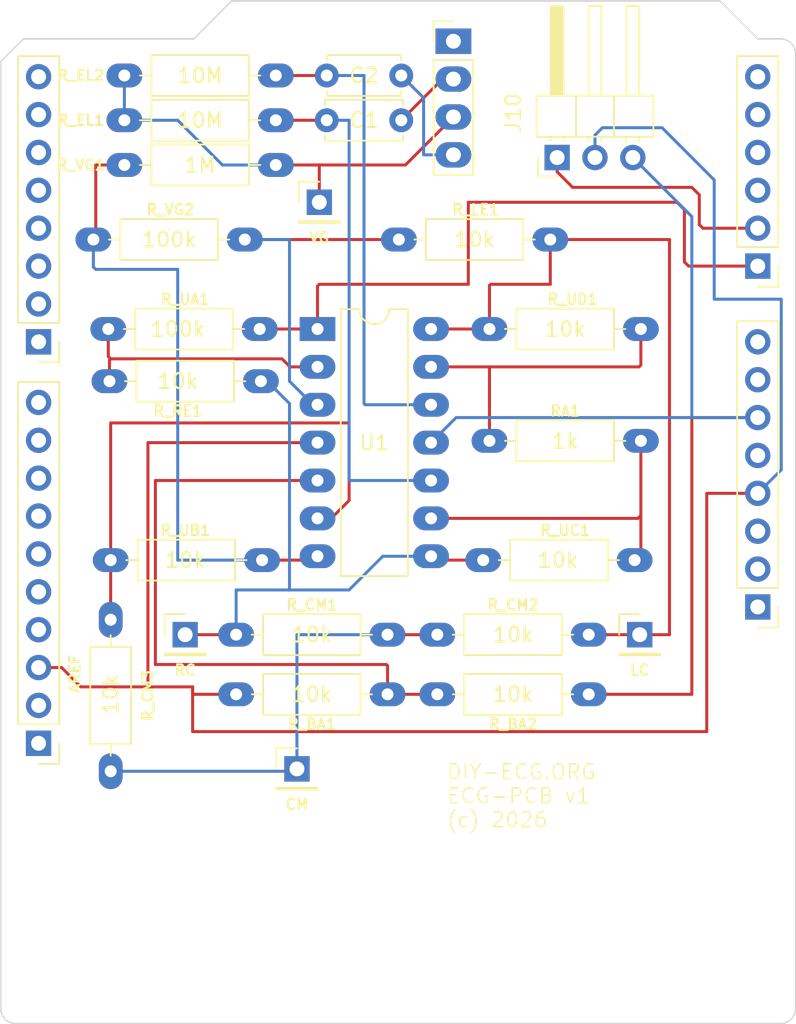
<source format=kicad_pcb>
(kicad_pcb (version 20241229) (generator "pcbnew") (generator_version "9.0")
  (layers (0 "F.Cu" signal) (2 "B.Cu" signal) (13 "F.Paste" user) (15 "B.Paste" user) (5 "F.SilkS" user "F.Silkscreen") (7 "B.SilkS" user "B.Silkscreen") (1 "F.Mask" user) (3 "B.Mask" user) (25 "Edge.Cuts" user))
  (net 0 "")
  (net 1 "Net-(U1B-+)")
  (net 2 "Net-(U1B--)")
  (net 3 "Net-(U1D--)")
  (net 4 "Net-(U1C--)")
  (net 5 "Net-(U1A-+)")
  (net 6 "REF")
  (net 7 "RE")
  (net 8 "Net-(U1A--)")
  (net 9 "LE")
  (net 11 "Net-(U1C-+)")
  (net 12 "Net-(U1D-+)")
  (net 13 "Bat+")
  (net 14 "Bat-")
  (net 15 "Out")
  (net 43 "RC")
  (net 44 "LC")
  (net 45 "CM")
  (net 46 "Net-(R_UB1-Pad2)")
  (net 47 "A1")
  (footprint "Resistor_THT:R_Axial_DIN0207_L6.3mm_D2.5mm_P10.16mm_Horizontal" (layer "F.Cu") (at 192.42 95)
    (property "Reference" "R_CM1" (at 5.08 -2 0) (layer "F.SilkS") (effects (font (size 0.7 0.7))))
    (property "Value" "10k" (at 5.08 0 0) (layer "F.SilkS"))
    (fp_line (start 1.04 0) (end 1.81 0) (stroke (width 0.12)) (layer "F.SilkS"))
    (fp_line (start 1.81 -1.37) (end 1.81 1.37) (stroke (width 0.12)) (layer "F.SilkS"))
    (fp_line (start 1.81 1.37) (end 8.35 1.37) (stroke (width 0.12)) (layer "F.SilkS"))
    (fp_line (start 8.35 -1.37) (end 1.81 -1.37) (stroke (width 0.12)) (layer "F.SilkS"))
    (fp_line (start 8.35 1.37) (end 8.35 -1.37) (stroke (width 0.12)) (layer "F.SilkS"))
    (fp_line (start 9.12 0) (end 8.35 0) (stroke (width 0.12)) (layer "F.SilkS"))
    (pad "1" thru_hole oval (at 0 0) (size 2.4 1.6) (drill 0.8) (layers "*.Cu" "*.Mask") (net 43 "RC"))
    (pad "2" thru_hole oval (at 10.16 0) (size 2.4 1.6) (drill 0.8) (layers "*.Cu" "*.Mask") (net 45 "CM"))
  )
  (footprint "Connector_PinHeader_2.54mm:PinHeader_1x04_P2.54mm_Vertical" (layer "F.Cu") (at 207 55.2)
    (property "Reference" "J1" (hide yes))
    (property "Value" "ECG_Cable" (hide yes))
    (fp_line (start -1.33 -1.33) (end 0 -1.33) (stroke (width 0.12)) (layer "F.SilkS"))
    (fp_line (start -1.33 0) (end -1.33 -1.33) (stroke (width 0.12)) (layer "F.SilkS"))
    (fp_line (start -1.33 1.27) (end -1.33 8.95) (stroke (width 0.12)) (layer "F.SilkS"))
    (fp_line (start -1.33 1.27) (end 1.33 1.27) (stroke (width 0.12)) (layer "F.SilkS"))
    (fp_line (start -1.33 8.95) (end 1.33 8.95) (stroke (width 0.12)) (layer "F.SilkS"))
    (fp_line (start 1.33 1.27) (end 1.33 8.95) (stroke (width 0.12)) (layer "F.SilkS"))
    (pad "1" thru_hole rect (at 0 0) (size 2.4 1.7) (drill 1) (layers "*.Cu" "*.Mask"))
    (pad "2" thru_hole oval (at 0 2.54) (size 2.4 1.7) (drill 1) (layers "*.Cu" "*.Mask") (net 7 "RE"))
    (pad "3" thru_hole oval (at 0 5.08) (size 2.4 1.7) (drill 1) (layers "*.Cu" "*.Mask") (net 6 "REF"))
    (pad "4" thru_hole oval (at 0 7.62) (size 2.4 1.7) (drill 1) (layers "*.Cu" "*.Mask") (net 9 "LE"))
  )
  (footprint "Resistor_THT:R_Axial_DIN0207_L6.3mm_D2.5mm_P10.16mm_Horizontal" (layer "F.Cu") (at 192.42 99)
    (property "Reference" "R_BA1" (at 5.08 2 0) (layer "F.SilkS") (effects (font (size 0.7 0.7))))
    (property "Value" "10k" (at 5.06 0 0) (layer "F.SilkS"))
    (fp_line (start 1.04 0) (end 1.81 0) (stroke (width 0.12)) (layer "F.SilkS"))
    (fp_line (start 1.81 -1.37) (end 1.81 1.37) (stroke (width 0.12)) (layer "F.SilkS"))
    (fp_line (start 1.81 1.37) (end 8.35 1.37) (stroke (width 0.12)) (layer "F.SilkS"))
    (fp_line (start 8.35 -1.37) (end 1.81 -1.37) (stroke (width 0.12)) (layer "F.SilkS"))
    (fp_line (start 8.35 1.37) (end 8.35 -1.37) (stroke (width 0.12)) (layer "F.SilkS"))
    (fp_line (start 9.12 0) (end 8.35 0) (stroke (width 0.12)) (layer "F.SilkS"))
    (pad "1" thru_hole oval (at 0 0) (size 2.4 1.6) (drill 0.8) (layers "*.Cu" "*.Mask") (net 13 "Bat+"))
    (pad "2" thru_hole oval (at 10.16 0) (size 2.4 1.6) (drill 0.8) (layers "*.Cu" "*.Mask") (net 1 "Net-(U1B-+)"))
  )
  (footprint "Capacitor_THT:C_Disc_D4.7mm_W2.5mm_P5.00mm" (layer "F.Cu") (at 198.5 57.5)
    (property "Reference" "C2" (at 2.5 0 0) (layer "F.SilkS"))
    (property "Value" "100n" (hide yes))
    (fp_line (start 0.03 -1.37) (end 4.97 -1.37) (stroke (width 0.12)) (layer "F.SilkS"))
    (fp_line (start 0.03 -1.04) (end 0.03 -1.37) (stroke (width 0.12)) (layer "F.SilkS"))
    (fp_line (start 0.03 1.37) (end 0.03 1.04) (stroke (width 0.12)) (layer "F.SilkS"))
    (fp_line (start 4.97 -1.37) (end 4.97 -1.04) (stroke (width 0.12)) (layer "F.SilkS"))
    (fp_line (start 4.97 1.04) (end 4.97 1.37) (stroke (width 0.12)) (layer "F.SilkS"))
    (fp_line (start 4.97 1.37) (end 0.03 1.37) (stroke (width 0.12)) (layer "F.SilkS"))
    (pad "1" thru_hole circle (at 0 0) (size 1.6 1.6) (drill 0.8) (layers "*.Cu" "*.Mask") (net 12 "Net-(U1D-+)"))
    (pad "2" thru_hole circle (at 5 0) (size 1.6 1.6) (drill 0.8) (layers "*.Cu" "*.Mask") (net 9 "LE"))
  )
  (footprint "Resistor_THT:R_Axial_DIN0207_L6.3mm_D2.5mm_P10.16mm_Horizontal" (layer "F.Cu") (at 209 90)
    (property "Reference" "R_UC1" (at 5.5 -2 0) (layer "F.SilkS") (effects (font (size 0.7 0.7))))
    (property "Value" "10k" (at 5 0 0) (layer "F.SilkS"))
    (fp_line (start 1.04 0) (end 1.81 0) (stroke (width 0.12)) (layer "F.SilkS"))
    (fp_line (start 1.81 -1.37) (end 1.81 1.37) (stroke (width 0.12)) (layer "F.SilkS"))
    (fp_line (start 1.81 1.37) (end 8.35 1.37) (stroke (width 0.12)) (layer "F.SilkS"))
    (fp_line (start 8.35 -1.37) (end 1.81 -1.37) (stroke (width 0.12)) (layer "F.SilkS"))
    (fp_line (start 8.35 1.37) (end 8.35 -1.37) (stroke (width 0.12)) (layer "F.SilkS"))
    (fp_line (start 9.12 0) (end 8.35 0) (stroke (width 0.12)) (layer "F.SilkS"))
    (pad "1" thru_hole oval (at 0 0) (size 2.4 1.6) (drill 0.8) (layers "*.Cu" "*.Mask") (net 43 "RC"))
    (pad "2" thru_hole oval (at 10.16 0) (size 2.4 1.6) (drill 0.8) (layers "*.Cu" "*.Mask") (net 4 "Net-(U1C--)"))
  )
  (footprint "Connector_PinHeader_2.54mm:PinHeader_1x01_P2.54mm_Vertical" (layer "F.Cu") (at 219.5 95)
    (property "Reference" "J3" (hide yes))
    (property "Value" "LC" (at 0 2.38 0) (layer "F.SilkS") (effects (font (size 0.7 0.7))))
    (fp_line (start -1.38 -1.38) (end 0 -1.38) (stroke (width 0.12)) (layer "F.SilkS"))
    (fp_line (start -1.38 0) (end -1.38 -1.38) (stroke (width 0.12)) (layer "F.SilkS"))
    (fp_line (start -1.38 1.27) (end -1.38 1.38) (stroke (width 0.12)) (layer "F.SilkS"))
    (fp_line (start -1.38 1.27) (end 1.38 1.27) (stroke (width 0.12)) (layer "F.SilkS"))
    (fp_line (start -1.38 1.38) (end 1.38 1.38) (stroke (width 0.12)) (layer "F.SilkS"))
    (fp_line (start 1.38 1.27) (end 1.38 1.38) (stroke (width 0.12)) (layer "F.SilkS"))
    (pad "1" thru_hole rect (at 0 0) (size 1.7 1.7) (drill 1) (layers "*.Cu" "*.Mask") (net 44 "LC"))
  )
  (footprint "Resistor_THT:R_Axial_DIN0207_L6.3mm_D2.5mm_P10.16mm_Horizontal" (layer "F.Cu") (at 219.58 82 180)
    (property "Reference" "RA1" (at 5.08 2 0) (layer "F.SilkS") (effects (font (size 0.7 0.7))))
    (property "Value" "1k" (at 5.08 0 0) (layer "F.SilkS"))
    (fp_line (start 9.12 0) (end 8.35 0) (stroke (width 0.12)) (layer "F.SilkS"))
    (fp_line (start 8.35 1.37) (end 8.35 -1.37) (stroke (width 0.12)) (layer "F.SilkS"))
    (fp_line (start 8.35 -1.37) (end 1.81 -1.37) (stroke (width 0.12)) (layer "F.SilkS"))
    (fp_line (start 1.81 1.37) (end 8.35 1.37) (stroke (width 0.12)) (layer "F.SilkS"))
    (fp_line (start 1.81 -1.37) (end 1.81 1.37) (stroke (width 0.12)) (layer "F.SilkS"))
    (fp_line (start 1.04 0) (end 1.81 0) (stroke (width 0.12)) (layer "F.SilkS"))
    (pad "1" thru_hole oval (at 0 0 180) (size 2.4 1.6) (drill 0.8) (layers "*.Cu" "*.Mask") (net 4 "Net-(U1C--)"))
    (pad "2" thru_hole oval (at 10.16 0 180) (size 2.4 1.6) (drill 0.8) (layers "*.Cu" "*.Mask") (net 3 "Net-(U1D--)"))
  )
  (footprint "Resistor_THT:R_Axial_DIN0207_L6.3mm_D2.5mm_P10.16mm_Horizontal" (layer "F.Cu") (at 194 74.5 180)
    (property "Reference" "R_UA1" (at 5 2 0) (layer "F.SilkS") (effects (font (size 0.7 0.7))))
    (property "Value" "100k" (at 5.5 0 0) (layer "F.SilkS"))
    (fp_line (start 9.12 0) (end 8.35 0) (stroke (width 0.12)) (layer "F.SilkS"))
    (fp_line (start 8.35 1.37) (end 8.35 -1.37) (stroke (width 0.12)) (layer "F.SilkS"))
    (fp_line (start 8.35 -1.37) (end 1.81 -1.37) (stroke (width 0.12)) (layer "F.SilkS"))
    (fp_line (start 1.81 1.37) (end 8.35 1.37) (stroke (width 0.12)) (layer "F.SilkS"))
    (fp_line (start 1.81 -1.37) (end 1.81 1.37) (stroke (width 0.12)) (layer "F.SilkS"))
    (fp_line (start 1.04 0) (end 1.81 0) (stroke (width 0.12)) (layer "F.SilkS"))
    (pad "1" thru_hole oval (at 0 0 180) (size 2.4 1.6) (drill 0.8) (layers "*.Cu" "*.Mask") (net 15 "Out"))
    (pad "2" thru_hole oval (at 10.16 0 180) (size 2.4 1.6) (drill 0.8) (layers "*.Cu" "*.Mask") (net 8 "Net-(U1A--)"))
  )
  (footprint "Connector_PinHeader_2.54mm:PinHeader_1x01_P2.54mm_Vertical" (layer "F.Cu") (at 189 95)
    (property "Reference" "J2" (hide yes))
    (property "Value" "RC" (at 0 2.38 0) (layer "F.SilkS") (effects (font (size 0.7 0.7))))
    (fp_line (start -1.38 -1.38) (end 0 -1.38) (stroke (width 0.12)) (layer "F.SilkS"))
    (fp_line (start -1.38 0) (end -1.38 -1.38) (stroke (width 0.12)) (layer "F.SilkS"))
    (fp_line (start -1.38 1.27) (end -1.38 1.38) (stroke (width 0.12)) (layer "F.SilkS"))
    (fp_line (start -1.38 1.27) (end 1.38 1.27) (stroke (width 0.12)) (layer "F.SilkS"))
    (fp_line (start -1.38 1.38) (end 1.38 1.38) (stroke (width 0.12)) (layer "F.SilkS"))
    (fp_line (start 1.38 1.27) (end 1.38 1.38) (stroke (width 0.12)) (layer "F.SilkS"))
    (pad "1" thru_hole rect (at 0 0) (size 1.7 1.7) (drill 1) (layers "*.Cu" "*.Mask") (net 43 "RC"))
  )
  (footprint "Resistor_THT:R_Axial_DIN0207_L6.3mm_D2.5mm_P10.16mm_Horizontal" (layer "F.Cu") (at 203.34 68.5)
    (property "Reference" "R_LE1" (at 5.16 -2 0) (layer "F.SilkS") (effects (font (size 0.7 0.7))))
    (property "Value" "10k" (at 5.08 0 0) (layer "F.SilkS"))
    (fp_line (start 1.04 0) (end 1.81 0) (stroke (width 0.12)) (layer "F.SilkS"))
    (fp_line (start 1.81 -1.37) (end 1.81 1.37) (stroke (width 0.12)) (layer "F.SilkS"))
    (fp_line (start 1.81 1.37) (end 8.35 1.37) (stroke (width 0.12)) (layer "F.SilkS"))
    (fp_line (start 8.35 -1.37) (end 1.81 -1.37) (stroke (width 0.12)) (layer "F.SilkS"))
    (fp_line (start 8.35 1.37) (end 8.35 -1.37) (stroke (width 0.12)) (layer "F.SilkS"))
    (fp_line (start 9.12 0) (end 8.35 0) (stroke (width 0.12)) (layer "F.SilkS"))
    (pad "1" thru_hole oval (at 0 0) (size 2.4 1.6) (drill 0.8) (layers "*.Cu" "*.Mask") (net 5 "Net-(U1A-+)"))
    (pad "2" thru_hole oval (at 10.16 0) (size 2.4 1.6) (drill 0.8) (layers "*.Cu" "*.Mask") (net 44 "LC"))
  )
  (footprint "ArduinoMountingHoles:Arduino_MountingHole" (layer "F.Cu") (at 227.423 107.11 90)
    (property "Reference" "H4" (hide yes))
    (property "Value" "MountingHole4" (hide yes))
    (pad "" np_thru_hole circle (at 0 0 90) (size 3.19989 3.19989) (drill 3.19989) (layers "*.Cu" "*.Mask"))
  )
  (footprint "ArduinoMountingHoles:Arduino_MountingHole" (layer "F.Cu") (at 179.16301 105.84001 90)
    (property "Reference" "H2" (hide yes))
    (property "Value" "MountingHole2" (hide yes))
    (pad "" np_thru_hole circle (at 0 0 90) (size 3.19989 3.19989) (drill 3.19989) (layers "*.Cu" "*.Mask"))
  )
  (footprint "Connector_PinHeader_2.54mm:PinHeader_1x01_P2.54mm_Vertical" (layer "F.Cu") (at 198 66)
    (property "Reference" "J8" (hide yes))
    (property "Value" "VG" (at 0 2.38 0) (layer "F.SilkS") (effects (font (size 0.7 0.7))))
    (fp_line (start -1.38 -1.38) (end 0 -1.38) (stroke (width 0.12)) (layer "F.SilkS"))
    (fp_line (start -1.38 0) (end -1.38 -1.38) (stroke (width 0.12)) (layer "F.SilkS"))
    (fp_line (start -1.38 1.27) (end -1.38 1.38) (stroke (width 0.12)) (layer "F.SilkS"))
    (fp_line (start -1.38 1.27) (end 1.38 1.27) (stroke (width 0.12)) (layer "F.SilkS"))
    (fp_line (start -1.38 1.38) (end 1.38 1.38) (stroke (width 0.12)) (layer "F.SilkS"))
    (fp_line (start 1.38 1.27) (end 1.38 1.38) (stroke (width 0.12)) (layer "F.SilkS"))
    (pad "1" thru_hole rect (at 0 0) (size 1.7 1.7) (drill 1) (layers "*.Cu" "*.Mask") (net 6 "REF"))
  )
  (footprint "Connector_PinHeader_2.54mm:PinHeader_1x08_P2.54mm_Vertical" (layer "F.Cu") (at 179.163 75.36 180)
    (property "Reference" "J5" (hide yes))
    (property "Value" "Digital_08" (hide yes))
    (fp_line (start 1.38 1.27) (end 1.38 19.16) (stroke (width 0.12)) (layer "F.SilkS"))
    (fp_line (start -1.38 19.16) (end 1.38 19.16) (stroke (width 0.12)) (layer "F.SilkS"))
    (fp_line (start -1.38 1.27) (end 1.38 1.27) (stroke (width 0.12)) (layer "F.SilkS"))
    (fp_line (start -1.38 1.27) (end -1.38 19.16) (stroke (width 0.12)) (layer "F.SilkS"))
    (fp_line (start -1.38 0) (end -1.38 -1.38) (stroke (width 0.12)) (layer "F.SilkS"))
    (fp_line (start -1.38 -1.38) (end 0 -1.38) (stroke (width 0.12)) (layer "F.SilkS"))
    (pad "1" thru_hole rect (at 0 0 180) (size 1.7 1.7) (drill 1) (layers "*.Cu" "*.Mask"))
    (pad "2" thru_hole circle (at 0 2.54 180) (size 1.7 1.7) (drill 1) (layers "*.Cu" "*.Mask"))
    (pad "3" thru_hole circle (at 0 5.08 180) (size 1.7 1.7) (drill 1) (layers "*.Cu" "*.Mask"))
    (pad "4" thru_hole circle (at 0 7.62 180) (size 1.7 1.7) (drill 1) (layers "*.Cu" "*.Mask"))
    (pad "5" thru_hole circle (at 0 10.16 180) (size 1.7 1.7) (drill 1) (layers "*.Cu" "*.Mask"))
    (pad "6" thru_hole circle (at 0 12.7 180) (size 1.7 1.7) (drill 1) (layers "*.Cu" "*.Mask"))
    (pad "7" thru_hole circle (at 0 15.24 180) (size 1.7 1.7) (drill 1) (layers "*.Cu" "*.Mask"))
    (pad "8" thru_hole circle (at 0 17.78 180) (size 1.7 1.7) (drill 1) (layers "*.Cu" "*.Mask"))
  )
  (footprint "Connector_PinHeader_2.54mm:PinHeader_1x10_P2.54mm_Vertical" (layer "F.Cu") (at 179.163 102.284 180)
    (property "Reference" "J7" (hide yes))
    (property "Value" "Digital_10" (hide yes))
    (fp_line (start 1.38 1.27) (end 1.38 24.24) (stroke (width 0.12)) (layer "F.SilkS"))
    (fp_line (start -1.38 24.24) (end 1.38 24.24) (stroke (width 0.12)) (layer "F.SilkS"))
    (fp_line (start -1.38 1.27) (end 1.38 1.27) (stroke (width 0.12)) (layer "F.SilkS"))
    (fp_line (start -1.38 1.27) (end -1.38 24.24) (stroke (width 0.12)) (layer "F.SilkS"))
    (fp_line (start -1.38 0) (end -1.38 -1.38) (stroke (width 0.12)) (layer "F.SilkS"))
    (fp_line (start -1.38 -1.38) (end 0 -1.38) (stroke (width 0.12)) (layer "F.SilkS"))
    (pad "1" thru_hole rect (at 0 0 180) (size 1.7 1.7) (drill 1) (layers "*.Cu" "*.Mask"))
    (pad "2" thru_hole circle (at 0 2.54 180) (size 1.7 1.7) (drill 1) (layers "*.Cu" "*.Mask"))
    (pad "3" thru_hole circle (at 0 5.08 180) (size 1.7 1.7) (drill 1) (layers "*.Cu" "*.Mask") (net 13 "Bat+"))
    (pad "4" thru_hole circle (at 0 7.62 180) (size 1.7 1.7) (drill 1) (layers "*.Cu" "*.Mask"))
    (pad "5" thru_hole circle (at 0 10.16 180) (size 1.7 1.7) (drill 1) (layers "*.Cu" "*.Mask"))
    (pad "6" thru_hole circle (at 0 12.7 180) (size 1.7 1.7) (drill 1) (layers "*.Cu" "*.Mask"))
    (pad "7" thru_hole circle (at 0 15.24 180) (size 1.7 1.7) (drill 1) (layers "*.Cu" "*.Mask"))
    (pad "8" thru_hole circle (at 0 17.78 180) (size 1.7 1.7) (drill 1) (layers "*.Cu" "*.Mask"))
    (pad "9" thru_hole circle (at 0 20.32 180) (size 1.7 1.7) (drill 1) (layers "*.Cu" "*.Mask"))
    (pad "10" thru_hole circle (at 0 22.86 180) (size 1.7 1.7) (drill 1) (layers "*.Cu" "*.Mask"))
  )
  (footprint "Resistor_THT:R_Axial_DIN0207_L6.3mm_D2.5mm_P10.16mm_Horizontal" (layer "F.Cu") (at 184.92 60.5)
    (property "Reference" "R_EL1" (at -2.92 0 180) (layer "F.SilkS") (effects (font (size 0.7 0.7))))
    (property "Value" "10M" (at 5.08 0 0) (layer "F.SilkS"))
    (fp_line (start 1.04 0) (end 1.81 0) (stroke (width 0.12)) (layer "F.SilkS"))
    (fp_line (start 1.81 -1.37) (end 1.81 1.37) (stroke (width 0.12)) (layer "F.SilkS"))
    (fp_line (start 1.81 1.37) (end 8.35 1.37) (stroke (width 0.12)) (layer "F.SilkS"))
    (fp_line (start 8.35 -1.37) (end 1.81 -1.37) (stroke (width 0.12)) (layer "F.SilkS"))
    (fp_line (start 8.35 1.37) (end 8.35 -1.37) (stroke (width 0.12)) (layer "F.SilkS"))
    (fp_line (start 9.12 0) (end 8.35 0) (stroke (width 0.12)) (layer "F.SilkS"))
    (pad "1" thru_hole oval (at 0 0) (size 2.4 1.6) (drill 0.8) (layers "*.Cu" "*.Mask") (net 6 "REF"))
    (pad "2" thru_hole oval (at 10.16 0) (size 2.4 1.6) (drill 0.8) (layers "*.Cu" "*.Mask") (net 11 "Net-(U1C-+)"))
  )
  (footprint "Capacitor_THT:C_Disc_D5.0mm_W2.5mm_P5.00mm" (layer "F.Cu") (at 198.5 60.5)
    (property "Reference" "C1" (at 2.5 0 0) (layer "F.SilkS"))
    (property "Value" "100n" (hide yes))
    (fp_line (start -0.12 -1.37) (end 5.12 -1.37) (stroke (width 0.12)) (layer "F.SilkS"))
    (fp_line (start -0.12 -1.033) (end -0.12 -1.37) (stroke (width 0.12)) (layer "F.SilkS"))
    (fp_line (start -0.12 1.37) (end -0.12 1.033) (stroke (width 0.12)) (layer "F.SilkS"))
    (fp_line (start 5.12 -1.37) (end 5.12 -1.033) (stroke (width 0.12)) (layer "F.SilkS"))
    (fp_line (start 5.12 1.033) (end 5.12 1.37) (stroke (width 0.12)) (layer "F.SilkS"))
    (fp_line (start 5.12 1.37) (end -0.12 1.37) (stroke (width 0.12)) (layer "F.SilkS"))
    (pad "1" thru_hole circle (at 0 0) (size 1.6 1.6) (drill 0.8) (layers "*.Cu" "*.Mask") (net 11 "Net-(U1C-+)"))
    (pad "2" thru_hole circle (at 5 0) (size 1.6 1.6) (drill 0.8) (layers "*.Cu" "*.Mask") (net 7 "RE"))
  )
  (footprint "Resistor_THT:R_Axial_DIN0207_L6.3mm_D2.5mm_P10.16mm_Horizontal" (layer "F.Cu") (at 184 104.16 90)
    (property "Reference" "R_CM3" (at 5.08 2.5 90) (layer "F.SilkS") (effects (font (size 0.7 0.7))))
    (property "Value" "10k" (at 5.16 0 90) (layer "F.SilkS"))
    (fp_line (start 8.35 -1.37) (end 1.81 -1.37) (stroke (width 0.12)) (layer "F.SilkS"))
    (fp_line (start 1.81 -1.37) (end 1.81 1.37) (stroke (width 0.12)) (layer "F.SilkS"))
    (fp_line (start 9.12 0) (end 8.35 0) (stroke (width 0.12)) (layer "F.SilkS"))
    (fp_line (start 1.04 0) (end 1.81 0) (stroke (width 0.12)) (layer "F.SilkS"))
    (fp_line (start 8.35 1.37) (end 8.35 -1.37) (stroke (width 0.12)) (layer "F.SilkS"))
    (fp_line (start 1.81 1.37) (end 8.35 1.37) (stroke (width 0.12)) (layer "F.SilkS"))
    (pad "1" thru_hole oval (at 0 0 90) (size 2.4 1.6) (drill 0.8) (layers "*.Cu" "*.Mask") (net 45 "CM"))
    (pad "2" thru_hole oval (at 10.16 0 90) (size 2.4 1.6) (drill 0.8) (layers "*.Cu" "*.Mask") (net 2 "Net-(U1B--)"))
  )
  (footprint "Resistor_THT:R_Axial_DIN0207_L6.3mm_D2.5mm_P10.16mm_Horizontal" (layer "F.Cu") (at 209.42 74.5)
    (property "Reference" "R_UD1" (at 5.58 -2 0) (layer "F.SilkS") (effects (font (size 0.7 0.7))))
    (property "Value" "10k" (at 5.08 0 0) (layer "F.SilkS"))
    (fp_line (start 1.04 0) (end 1.81 0) (stroke (width 0.12)) (layer "F.SilkS"))
    (fp_line (start 1.81 -1.37) (end 1.81 1.37) (stroke (width 0.12)) (layer "F.SilkS"))
    (fp_line (start 1.81 1.37) (end 8.35 1.37) (stroke (width 0.12)) (layer "F.SilkS"))
    (fp_line (start 8.35 -1.37) (end 1.81 -1.37) (stroke (width 0.12)) (layer "F.SilkS"))
    (fp_line (start 8.35 1.37) (end 8.35 -1.37) (stroke (width 0.12)) (layer "F.SilkS"))
    (fp_line (start 9.12 0) (end 8.35 0) (stroke (width 0.12)) (layer "F.SilkS"))
    (pad "1" thru_hole oval (at 0 0) (size 2.4 1.6) (drill 0.8) (layers "*.Cu" "*.Mask") (net 44 "LC"))
    (pad "2" thru_hole oval (at 10.16 0) (size 2.4 1.6) (drill 0.8) (layers "*.Cu" "*.Mask") (net 3 "Net-(U1D--)"))
  )
  (footprint "Connector_PinHeader_2.54mm:PinHeader_1x06_P2.54mm_Vertical" (layer "F.Cu") (at 227.423 70.28 180)
    (property "Reference" "J4" (hide yes))
    (property "Value" "Analog" (hide yes))
    (fp_line (start 1.38 1.27) (end 1.38 14.08) (stroke (width 0.12)) (layer "F.SilkS"))
    (fp_line (start -1.38 14.08) (end 1.38 14.08) (stroke (width 0.12)) (layer "F.SilkS"))
    (fp_line (start -1.38 1.27) (end 1.38 1.27) (stroke (width 0.12)) (layer "F.SilkS"))
    (fp_line (start -1.38 1.27) (end -1.38 14.08) (stroke (width 0.12)) (layer "F.SilkS"))
    (fp_line (start -1.38 0) (end -1.38 -1.38) (stroke (width 0.12)) (layer "F.SilkS"))
    (fp_line (start -1.38 -1.38) (end 0 -1.38) (stroke (width 0.12)) (layer "F.SilkS"))
    (pad "1" thru_hole rect (at 0 0 180) (size 1.7 1.7) (drill 1) (layers "*.Cu" "*.Mask") (net 15 "Out"))
    (pad "2" thru_hole circle (at 0 2.54 180) (size 1.7 1.7) (drill 1) (layers "*.Cu" "*.Mask") (net 47 "A1"))
    (pad "3" thru_hole circle (at 0 5.08 180) (size 1.7 1.7) (drill 1) (layers "*.Cu" "*.Mask"))
    (pad "4" thru_hole circle (at 0 7.62 180) (size 1.7 1.7) (drill 1) (layers "*.Cu" "*.Mask"))
    (pad "5" thru_hole circle (at 0 10.16 180) (size 1.7 1.7) (drill 1) (layers "*.Cu" "*.Mask"))
    (pad "6" thru_hole circle (at 0 12.7 180) (size 1.7 1.7) (drill 1) (layers "*.Cu" "*.Mask"))
  )
  (footprint "Resistor_THT:R_Axial_DIN0207_L6.3mm_D2.5mm_P10.16mm_Horizontal" (layer "F.Cu") (at 184.92 63.5)
    (property "Reference" "R_VG1" (at -2.92 0 180) (layer "F.SilkS") (effects (font (size 0.7 0.7))))
    (property "Value" "1M" (at 5.08 0 180) (layer "F.SilkS"))
    (fp_line (start 1.04 0) (end 1.81 0) (stroke (width 0.12)) (layer "F.SilkS"))
    (fp_line (start 1.81 -1.37) (end 1.81 1.37) (stroke (width 0.12)) (layer "F.SilkS"))
    (fp_line (start 1.81 1.37) (end 8.35 1.37) (stroke (width 0.12)) (layer "F.SilkS"))
    (fp_line (start 8.35 -1.37) (end 1.81 -1.37) (stroke (width 0.12)) (layer "F.SilkS"))
    (fp_line (start 8.35 1.37) (end 8.35 -1.37) (stroke (width 0.12)) (layer "F.SilkS"))
    (fp_line (start 9.12 0) (end 8.35 0) (stroke (width 0.12)) (layer "F.SilkS"))
    (pad "1" thru_hole oval (at 0 0) (size 2.4 1.6) (drill 0.8) (layers "*.Cu" "*.Mask") (net 46 "Net-(R_UB1-Pad2)"))
    (pad "2" thru_hole oval (at 10.16 0) (size 2.4 1.6) (drill 0.8) (layers "*.Cu" "*.Mask") (net 6 "REF"))
  )
  (footprint "Resistor_THT:R_Axial_DIN0207_L6.3mm_D2.5mm_P10.16mm_Horizontal" (layer "F.Cu") (at 205.92 95)
    (property "Reference" "R_CM2" (at 5.08 -2 0) (layer "F.SilkS") (effects (font (size 0.7 0.7))))
    (property "Value" "10k" (at 5.08 0 0) (layer "F.SilkS"))
    (fp_line (start 1.04 0) (end 1.81 0) (stroke (width 0.12)) (layer "F.SilkS"))
    (fp_line (start 1.81 -1.37) (end 1.81 1.37) (stroke (width 0.12)) (layer "F.SilkS"))
    (fp_line (start 1.81 1.37) (end 8.35 1.37) (stroke (width 0.12)) (layer "F.SilkS"))
    (fp_line (start 8.35 -1.37) (end 1.81 -1.37) (stroke (width 0.12)) (layer "F.SilkS"))
    (fp_line (start 8.35 1.37) (end 8.35 -1.37) (stroke (width 0.12)) (layer "F.SilkS"))
    (fp_line (start 9.12 0) (end 8.35 0) (stroke (width 0.12)) (layer "F.SilkS"))
    (pad "1" thru_hole oval (at 0 0) (size 2.4 1.6) (drill 0.8) (layers "*.Cu" "*.Mask") (net 45 "CM"))
    (pad "2" thru_hole oval (at 10.16 0) (size 2.4 1.6) (drill 0.8) (layers "*.Cu" "*.Mask") (net 44 "LC"))
  )
  (footprint "Resistor_THT:R_Axial_DIN0207_L6.3mm_D2.5mm_P10.16mm_Horizontal" (layer "F.Cu") (at 193 68.5 180)
    (property "Reference" "R_VG2" (hide yes))
    (property "Value" "100k" (at 5.08 0 0) (layer "F.SilkS"))
    (fp_line (start 9.12 0) (end 8.35 0) (stroke (width 0.12)) (layer "F.SilkS"))
    (fp_line (start 8.35 1.37) (end 8.35 -1.37) (stroke (width 0.12)) (layer "F.SilkS"))
    (fp_line (start 8.35 -1.37) (end 1.81 -1.37) (stroke (width 0.12)) (layer "F.SilkS"))
    (fp_line (start 1.81 1.37) (end 8.35 1.37) (stroke (width 0.12)) (layer "F.SilkS"))
    (fp_line (start 1.81 -1.37) (end 1.81 1.37) (stroke (width 0.12)) (layer "F.SilkS"))
    (fp_line (start 1.04 0) (end 1.81 0) (stroke (width 0.12)) (layer "F.SilkS"))
    (fp_text user "${REFERENCE}" (at 5 2 0) (layer "F.SilkS") (effects (font (size 0.7 0.7))))
    (pad "1" thru_hole oval (at 0 0 180) (size 2.4 1.6) (drill 0.8) (layers "*.Cu" "*.Mask") (net 5 "Net-(U1A-+)"))
    (pad "2" thru_hole oval (at 10.16 0 180) (size 2.4 1.6) (drill 0.8) (layers "*.Cu" "*.Mask") (net 46 "Net-(R_UB1-Pad2)"))
  )
  (footprint "Connector_PinHeader_2.54mm:PinHeader_1x01_P2.54mm_Vertical" (layer "F.Cu") (at 196.5 104)
    (property "Reference" "J9" (hide yes))
    (property "Value" "CM" (at 0 2.38 0) (layer "F.SilkS") (effects (font (size 0.7 0.7))))
    (fp_line (start -1.38 -1.38) (end 0 -1.38) (stroke (width 0.12)) (layer "F.SilkS"))
    (fp_line (start -1.38 0) (end -1.38 -1.38) (stroke (width 0.12)) (layer "F.SilkS"))
    (fp_line (start -1.38 1.27) (end -1.38 1.38) (stroke (width 0.12)) (layer "F.SilkS"))
    (fp_line (start -1.38 1.27) (end 1.38 1.27) (stroke (width 0.12)) (layer "F.SilkS"))
    (fp_line (start -1.38 1.38) (end 1.38 1.38) (stroke (width 0.12)) (layer "F.SilkS"))
    (fp_line (start 1.38 1.27) (end 1.38 1.38) (stroke (width 0.12)) (layer "F.SilkS"))
    (pad "1" thru_hole rect (at 0 0) (size 1.7 1.7) (drill 1) (layers "*.Cu" "*.Mask") (net 45 "CM"))
  )
  (footprint "Connector_PinHeader_2.54mm:PinHeader_1x08_P2.54mm_Vertical" (layer "F.Cu") (at 227.423 93.14 180)
    (property "Reference" "J6" (hide yes))
    (property "Value" "Power" (hide yes))
    (fp_line (start 1.38 1.27) (end 1.38 19.16) (stroke (width 0.12)) (layer "F.SilkS"))
    (fp_line (start -1.38 19.16) (end 1.38 19.16) (stroke (width 0.12)) (layer "F.SilkS"))
    (fp_line (start -1.38 1.27) (end 1.38 1.27) (stroke (width 0.12)) (layer "F.SilkS"))
    (fp_line (start -1.38 1.27) (end -1.38 19.16) (stroke (width 0.12)) (layer "F.SilkS"))
    (fp_line (start -1.38 0) (end -1.38 -1.38) (stroke (width 0.12)) (layer "F.SilkS"))
    (fp_line (start -1.38 -1.38) (end 0 -1.38) (stroke (width 0.12)) (layer "F.SilkS"))
    (pad "1" thru_hole rect (at 0 0 180) (size 1.7 1.7) (drill 1) (layers "*.Cu" "*.Mask"))
    (pad "2" thru_hole circle (at 0 2.54 180) (size 1.7 1.7) (drill 1) (layers "*.Cu" "*.Mask"))
    (pad "3" thru_hole circle (at 0 5.08 180) (size 1.7 1.7) (drill 1) (layers "*.Cu" "*.Mask"))
    (pad "4" thru_hole circle (at 0 7.62 180) (size 1.7 1.7) (drill 1) (layers "*.Cu" "*.Mask") (net 13 "Bat+"))
    (pad "5" thru_hole circle (at 0 10.16 180) (size 1.7 1.7) (drill 1) (layers "*.Cu" "*.Mask"))
    (pad "6" thru_hole circle (at 0 12.7 180) (size 1.7 1.7) (drill 1) (layers "*.Cu" "*.Mask") (net 14 "Bat-"))
    (pad "7" thru_hole circle (at 0 15.24 180) (size 1.7 1.7) (drill 1) (layers "*.Cu" "*.Mask"))
    (pad "8" thru_hole circle (at 0 17.78 180) (size 1.7 1.7) (drill 1) (layers "*.Cu" "*.Mask"))
  )
  (footprint "Resistor_THT:R_Axial_DIN0207_L6.3mm_D2.5mm_P10.16mm_Horizontal" (layer "F.Cu") (at 184.92 57.5)
    (property "Reference" "R_EL2" (at -2.92 0 180) (layer "F.SilkS") (effects (font (size 0.7 0.7))))
    (property "Value" "10M" (at 5.08 0 0) (layer "F.SilkS"))
    (fp_line (start 1.04 0) (end 1.81 0) (stroke (width 0.12)) (layer "F.SilkS"))
    (fp_line (start 1.81 -1.37) (end 1.81 1.37) (stroke (width 0.12)) (layer "F.SilkS"))
    (fp_line (start 1.81 1.37) (end 8.35 1.37) (stroke (width 0.12)) (layer "F.SilkS"))
    (fp_line (start 8.35 -1.37) (end 1.81 -1.37) (stroke (width 0.12)) (layer "F.SilkS"))
    (fp_line (start 8.35 1.37) (end 8.35 -1.37) (stroke (width 0.12)) (layer "F.SilkS"))
    (fp_line (start 9.12 0) (end 8.35 0) (stroke (width 0.12)) (layer "F.SilkS"))
    (pad "1" thru_hole oval (at 0 0) (size 2.4 1.6) (drill 0.8) (layers "*.Cu" "*.Mask") (net 6 "REF"))
    (pad "2" thru_hole oval (at 10.16 0) (size 2.4 1.6) (drill 0.8) (layers "*.Cu" "*.Mask") (net 12 "Net-(U1D-+)"))
  )
  (footprint "Package_DIP:DIP-14_W7.62mm_LongPads" (layer "F.Cu") (at 197.88 74.5)
    (property "Reference" "U1" (hide yes))
    (property "Value" "MCP6004" (hide yes))
    (fp_line (start 1.56 -1.33) (end 1.56 16.57) (stroke (width 0.12)) (layer "F.SilkS"))
    (fp_line (start 1.56 16.57) (end 6.06 16.57) (stroke (width 0.12)) (layer "F.SilkS"))
    (fp_line (start 2.81 -1.33) (end 1.56 -1.33) (stroke (width 0.12)) (layer "F.SilkS"))
    (fp_line (start 6.06 -1.33) (end 4.81 -1.33) (stroke (width 0.12)) (layer "F.SilkS"))
    (fp_line (start 6.06 16.57) (end 6.06 -1.33) (stroke (width 0.12)) (layer "F.SilkS"))
    (fp_arc (start 4.81 -1.33) (mid 3.81 -0.33) (end 2.81 -1.33) (stroke (width 0.12)) (layer "F.SilkS"))
    (fp_text user "${REFERENCE}" (at 3.81 7.62 0) (layer "F.SilkS"))
    (pad "1" thru_hole rect (at 0 0) (size 2.4 1.6) (drill 0.8) (layers "*.Cu" "*.Mask") (net 15 "Out"))
    (pad "2" thru_hole oval (at 0 2.54) (size 2.4 1.6) (drill 0.8) (layers "*.Cu" "*.Mask") (net 8 "Net-(U1A--)"))
    (pad "3" thru_hole oval (at 0 5.08) (size 2.4 1.6) (drill 0.8) (layers "*.Cu" "*.Mask") (net 5 "Net-(U1A-+)"))
    (pad "4" thru_hole oval (at 0 7.62) (size 2.4 1.6) (drill 0.8) (layers "*.Cu" "*.Mask") (net 13 "Bat+"))
    (pad "5" thru_hole oval (at 0 10.16) (size 2.4 1.6) (drill 0.8) (layers "*.Cu" "*.Mask") (net 1 "Net-(U1B-+)"))
    (pad "6" thru_hole oval (at 0 12.7) (size 2.4 1.6) (drill 0.8) (layers "*.Cu" "*.Mask") (net 2 "Net-(U1B--)"))
    (pad "7" thru_hole oval (at 0 15.24) (size 2.4 1.6) (drill 0.8) (layers "*.Cu" "*.Mask") (net 46 "Net-(R_UB1-Pad2)"))
    (pad "8" thru_hole oval (at 7.62 15.24) (size 2.4 1.6) (drill 0.8) (layers "*.Cu" "*.Mask") (net 43 "RC"))
    (pad "9" thru_hole oval (at 7.62 12.7) (size 2.4 1.6) (drill 0.8) (layers "*.Cu" "*.Mask") (net 4 "Net-(U1C--)"))
    (pad "10" thru_hole oval (at 7.62 10.16) (size 2.4 1.6) (drill 0.8) (layers "*.Cu" "*.Mask") (net 11 "Net-(U1C-+)"))
    (pad "11" thru_hole oval (at 7.62 7.62) (size 2.4 1.6) (drill 0.8) (layers "*.Cu" "*.Mask") (net 14 "Bat-"))
    (pad "12" thru_hole oval (at 7.62 5.08) (size 2.4 1.6) (drill 0.8) (layers "*.Cu" "*.Mask") (net 12 "Net-(U1D-+)"))
    (pad "13" thru_hole oval (at 7.62 2.54) (size 2.4 1.6) (drill 0.8) (layers "*.Cu" "*.Mask") (net 3 "Net-(U1D--)"))
    (pad "14" thru_hole oval (at 7.62 0) (size 2.4 1.6) (drill 0.8) (layers "*.Cu" "*.Mask") (net 44 "LC"))
  )
  (footprint "Resistor_THT:R_Axial_DIN0207_L6.3mm_D2.5mm_P10.16mm_Horizontal" (layer "F.Cu") (at 183.92 78)
    (property "Reference" "R_RE1" (at 4.58 2 0) (layer "F.SilkS") (effects (font (size 0.7 0.7))))
    (property "Value" "10k" (at 4.58 0 0) (layer "F.SilkS"))
    (fp_line (start 1.04 0) (end 1.81 0) (stroke (width 0.12)) (layer "F.SilkS"))
    (fp_line (start 1.81 -1.37) (end 1.81 1.37) (stroke (width 0.12)) (layer "F.SilkS"))
    (fp_line (start 1.81 1.37) (end 8.35 1.37) (stroke (width 0.12)) (layer "F.SilkS"))
    (fp_line (start 8.35 -1.37) (end 1.81 -1.37) (stroke (width 0.12)) (layer "F.SilkS"))
    (fp_line (start 8.35 1.37) (end 8.35 -1.37) (stroke (width 0.12)) (layer "F.SilkS"))
    (fp_line (start 9.12 0) (end 8.35 0) (stroke (width 0.12)) (layer "F.SilkS"))
    (pad "1" thru_hole oval (at 0 0) (size 2.4 1.6) (drill 0.8) (layers "*.Cu" "*.Mask") (net 8 "Net-(U1A--)"))
    (pad "2" thru_hole oval (at 10.16 0) (size 2.4 1.6) (drill 0.8) (layers "*.Cu" "*.Mask") (net 43 "RC"))
  )
  (footprint "Resistor_THT:R_Axial_DIN0207_L6.3mm_D2.5mm_P10.16mm_Horizontal" (layer "F.Cu") (at 184 90)
    (property "Reference" "R_UB1" (at 5 -2 0) (layer "F.SilkS") (effects (font (size 0.7 0.7))))
    (property "Value" "10k" (at 5 0 0) (layer "F.SilkS"))
    (fp_line (start 1.04 0) (end 1.81 0) (stroke (width 0.12)) (layer "F.SilkS"))
    (fp_line (start 1.81 -1.37) (end 1.81 1.37) (stroke (width 0.12)) (layer "F.SilkS"))
    (fp_line (start 1.81 1.37) (end 8.35 1.37) (stroke (width 0.12)) (layer "F.SilkS"))
    (fp_line (start 8.35 -1.37) (end 1.81 -1.37) (stroke (width 0.12)) (layer "F.SilkS"))
    (fp_line (start 8.35 1.37) (end 8.35 -1.37) (stroke (width 0.12)) (layer "F.SilkS"))
    (fp_line (start 9.12 0) (end 8.35 0) (stroke (width 0.12)) (layer "F.SilkS"))
    (pad "1" thru_hole oval (at 0 0) (size 2.4 1.6) (drill 0.8) (layers "*.Cu" "*.Mask") (net 2 "Net-(U1B--)"))
    (pad "2" thru_hole oval (at 10.16 0) (size 2.4 1.6) (drill 0.8) (layers "*.Cu" "*.Mask") (net 46 "Net-(R_UB1-Pad2)"))
  )
  (footprint "Connector_PinHeader_2.54mm:PinHeader_1x03_P2.54mm_Horizontal" (layer "F.Cu") (at 213.96 63 90)
    (property "Reference" "J10" (at 3 -2.96 90) (layer "F.SilkS"))
    (property "Value" "PPG" (hide yes))
    (fp_line (start 4.15 -1.38) (end 1.39 -1.38) (stroke (width 0.12)) (layer "F.SilkS"))
    (fp_line (start 1.39 -1.38) (end 1.39 6.46) (stroke (width 0.12)) (layer "F.SilkS"))
    (fp_line (start -1.27 -1.27) (end 0 -1.27) (stroke (width 0.12)) (layer "F.SilkS"))
    (fp_line (start 1.16 -0.43) (end 1.39 -0.43) (stroke (width 0.12)) (layer "F.SilkS"))
    (fp_line (start -1.27 0) (end -1.27 -1.27) (stroke (width 0.12)) (layer "F.SilkS"))
    (fp_line (start 1.16 0.43) (end 1.39 0.43) (stroke (width 0.12)) (layer "F.SilkS"))
    (fp_line (start 1.39 1.27) (end 4.15 1.27) (stroke (width 0.12)) (layer "F.SilkS"))
    (fp_line (start 10.15 2.11) (end 10.15 2.97) (stroke (width 0.12)) (layer "F.SilkS"))
    (fp_line (start 4.15 2.11) (end 10.15 2.11) (stroke (width 0.12)) (layer "F.SilkS"))
    (fp_line (start 1.077358 2.11) (end 1.39 2.11) (stroke (width 0.12)) (layer "F.SilkS"))
    (fp_line (start 10.15 2.97) (end 4.15 2.97) (stroke (width 0.12)) (layer "F.SilkS"))
    (fp_line (start 1.077358 2.97) (end 1.39 2.97) (stroke (width 0.12)) (layer "F.SilkS"))
    (fp_line (start 1.39 3.81) (end 4.15 3.81) (stroke (width 0.12)) (layer "F.SilkS"))
    (fp_line (start 10.15 4.65) (end 10.15 5.51) (stroke (width 0.12)) (layer "F.SilkS"))
    (fp_line (start 4.15 4.65) (end 10.15 4.65) (stroke (width 0.12)) (layer "F.SilkS"))
    (fp_line (start 1.077358 4.65) (end 1.39 4.65) (stroke (width 0.12)) (layer "F.SilkS"))
    (fp_line (start 10.15 5.51) (end 4.15 5.51) (stroke (width 0.12)) (layer "F.SilkS"))
    (fp_line (start 1.077358 5.51) (end 1.39 5.51) (stroke (width 0.12)) (layer "F.SilkS"))
    (fp_line (start 4.15 6.46) (end 4.15 -1.38) (stroke (width 0.12)) (layer "F.SilkS"))
    (fp_line (start 1.39 6.46) (end 4.15 6.46) (stroke (width 0.12)) (layer "F.SilkS"))
    (fp_rect (start 4.15 -0.43) (end 10.15 0.43) (stroke (width 0.12)) (fill yes) (layer "F.SilkS"))
    (pad "1" thru_hole rect (at 0 0 90) (size 1.7 1.7) (drill 1) (layers "*.Cu" "*.Mask") (net 47 "A1"))
    (pad "2" thru_hole circle (at 0 2.54 90) (size 1.7 1.7) (drill 1) (layers "*.Cu" "*.Mask") (net 13 "Bat+"))
    (pad "3" thru_hole circle (at 0 5.08 90) (size 1.7 1.7) (drill 1) (layers "*.Cu" "*.Mask") (net 14 "Bat-"))
  )
  (footprint "Resistor_THT:R_Axial_DIN0207_L6.3mm_D2.5mm_P10.16mm_Horizontal" (layer "F.Cu") (at 205.92 99)
    (property "Reference" "R_BA2" (at 5.08 2 0) (layer "F.SilkS") (effects (font (size 0.7 0.7))))
    (property "Value" "10k" (at 5.08 0 0) (layer "F.SilkS"))
    (fp_line (start 1.04 0) (end 1.81 0) (stroke (width 0.12)) (layer "F.SilkS"))
    (fp_line (start 1.81 -1.37) (end 1.81 1.37) (stroke (width 0.12)) (layer "F.SilkS"))
    (fp_line (start 1.81 1.37) (end 8.35 1.37) (stroke (width 0.12)) (layer "F.SilkS"))
    (fp_line (start 8.35 -1.37) (end 1.81 -1.37) (stroke (width 0.12)) (layer "F.SilkS"))
    (fp_line (start 8.35 1.37) (end 8.35 -1.37) (stroke (width 0.12)) (layer "F.SilkS"))
    (fp_line (start 9.12 0) (end 8.35 0) (stroke (width 0.12)) (layer "F.SilkS"))
    (pad "1" thru_hole oval (at 0 0) (size 2.4 1.6) (drill 0.8) (layers "*.Cu" "*.Mask") (net 1 "Net-(U1B-+)"))
    (pad "2" thru_hole oval (at 10.16 0) (size 2.4 1.6) (drill 0.8) (layers "*.Cu" "*.Mask") (net 14 "Bat-"))
  )
  (gr_line (start 229.963 56.056) (end 229.963 120.064) (stroke (width 0.1)) (layer "Edge.Cuts"))
  (gr_line (start 224.883 52.5) (end 227.423 55.04) (stroke (width 0.1)) (layer "Edge.Cuts"))
  (gr_line (start 227.423 55.04) (end 228.947 55.04) (stroke (width 0.1)) (layer "Edge.Cuts"))
  (gr_line (start 176.623 120.064) (end 176.623 56.564) (stroke (width 0.1)) (layer "Edge.Cuts"))
  (gr_arc (start 229.963 120.064) (mid 229.66542 120.78242) (end 228.947 121.08) (stroke (width 0.1)) (layer "Edge.Cuts"))
  (gr_line (start 189.577 55.04) (end 192.117 52.5) (stroke (width 0.1)) (layer "Edge.Cuts"))
  (gr_arc (start 228.947 55.04) (mid 229.66542 55.33758) (end 229.963 56.056) (stroke (width 0.1)) (layer "Edge.Cuts"))
  (gr_line (start 176.623 56.564) (end 178.147 55.04) (stroke (width 0.1)) (layer "Edge.Cuts"))
  (gr_arc (start 177.639 121.08) (mid 176.92058 120.78242) (end 176.623 120.064) (stroke (width 0.1)) (layer "Edge.Cuts"))
  (gr_line (start 228.947 121.08) (end 177.639 121.08) (stroke (width 0.1)) (layer "Edge.Cuts"))
  (gr_line (start 178.147 55.04) (end 189.577 55.04) (stroke (width 0.1)) (layer "Edge.Cuts"))
  (gr_line (start 192.117 52.5) (end 224.883 52.5) (stroke (width 0.1)) (layer "Edge.Cuts"))
  (gr_text "AREF" (at 182 99 90) (layer "F.SilkS") (effects (font (size 0.7 0.7) (thickness 0.15) (bold yes)) (justify left bottom)))
  (gr_text "DIY-ECG.ORG\nECG-PCB v1\n(c) 2026" (at 206.5 108 0) (layer "F.SilkS") (effects (font (size 1 1) (thickness 0.1)) (justify left bottom)))
  (segment (start 187 97) (end 187 84.66) (width 0.2) (layer "F.Cu") (net 1))
  (segment (start 187 84.66) (end 197.88 84.66) (width 0.2) (layer "F.Cu") (net 1))
  (segment (start 202.58 99) (end 205.92 99) (width 0.2) (layer "F.Cu") (net 1))
  (segment (start 202.5 97) (end 187 97) (width 0.2) (layer "F.Cu") (net 1))
  (segment (start 202.58 99) (end 202.58 97.08) (width 0.2) (layer "F.Cu") (net 1))
  (segment (start 202.58 97.08) (end 202.5 97) (width 0.2) (layer "F.Cu") (net 1))
  (segment (start 197.88 87.2) (end 198.8 87.2) (width 0.2) (layer "F.Cu") (net 2))
  (segment (start 184 90) (end 184 80.8) (width 0.2) (layer "F.Cu") (net 2))
  (segment (start 184 90) (end 184 94) (width 0.2) (layer "F.Cu") (net 2))
  (segment (start 200 86) (end 200 81) (width 0.2) (layer "F.Cu") (net 2))
  (segment (start 198.8 87.2) (end 200 86) (width 0.2) (layer "F.Cu") (net 2))
  (segment (start 200 80.8) (end 184 80.8) (width 0.2) (layer "F.Cu") (net 2))
  (segment (start 205.5 77.04) (end 209.5 77.04) (width 0.2) (layer "F.Cu") (net 3))
  (segment (start 209.5 77.04) (end 219.46 77.04) (width 0.2) (layer "F.Cu") (net 3))
  (segment (start 209.42 77.12) (end 209.5 77.04) (width 0.2) (layer "F.Cu") (net 3))
  (segment (start 209.42 82) (end 209.42 77.12) (width 0.2) (layer "F.Cu") (net 3))
  (segment (start 219.46 77.04) (end 219.58 76.92) (width 0.2) (layer "F.Cu") (net 3))
  (segment (start 219.58 76.92) (end 219.58 74.5) (width 0.2) (layer "F.Cu") (net 3))
  (segment (start 219.38 87.2) (end 219.58 87) (width 0.2) (layer "F.Cu") (net 4))
  (segment (start 205.5 87.2) (end 219.38 87.2) (width 0.2) (layer "F.Cu") (net 4))
  (segment (start 219.58 89.58) (end 219.16 90) (width 0.2) (layer "F.Cu") (net 4))
  (segment (start 219.58 87) (end 219.58 89.58) (width 0.2) (layer "F.Cu") (net 4))
  (segment (start 219.58 82) (end 219.58 87) (width 0.2) (layer "F.Cu") (net 4))
  (segment (start 193 68.5) (end 203.34 68.5) (width 0.2) (layer "F.Cu") (net 5))
  (segment (start 196 78) (end 196 68.5) (width 0.2) (layer "B.Cu") (net 5))
  (segment (start 196 68.5) (end 193 68.5) (width 0.2) (layer "B.Cu") (net 5))
  (segment (start 197.88 79.58) (end 197.58 79.58) (width 0.2) (layer "B.Cu") (net 5))
  (segment (start 197.58 79.58) (end 196 78) (width 0.2) (layer "B.Cu") (net 5))
  (segment (start 198 63.5) (end 195.08 63.5) (width 0.2) (layer "F.Cu") (net 6))
  (segment (start 198 66) (end 198 63.5) (width 0.2) (layer "F.Cu") (net 6))
  (segment (start 198 63.5) (end 203.78 63.5) (width 0.2) (layer "F.Cu") (net 6))
  (segment (start 203.78 63.5) (end 207 60.28) (width 0.2) (layer "F.Cu") (net 6))
  (segment (start 195.08 63.5) (end 191.5 63.5) (width 0.2) (layer "B.Cu") (net 6))
  (segment (start 191.5 63.5) (end 188.5 60.5) (width 0.2) (layer "B.Cu") (net 6))
  (segment (start 184.92 60.5) (end 184.92 57.5) (width 0.2) (layer "B.Cu") (net 6))
  (segment (start 188.5 60.5) (end 184.92 60.5) (width 0.2) (layer "B.Cu") (net 6))
  (segment (start 207 57.74) (end 206.26 57.74) (width 0.2) (layer "F.Cu") (net 7))
  (segment (start 203.5 60.5) (end 203.5 60) (width 0.2) (layer "F.Cu") (net 7))
  (segment (start 206.26 57.74) (end 203.5 60.5) (width 0.2) (layer "F.Cu") (net 7))
  (segment (start 183.92 78) (end 183.92 76.58) (width 0.2) (layer "F.Cu") (net 8))
  (segment (start 184 76.5) (end 195.5 76.5) (width 0.2) (layer "F.Cu") (net 8))
  (segment (start 196.04 77.04) (end 197.88 77.04) (width 0.2) (layer "F.Cu") (net 8))
  (segment (start 183.92 76.58) (end 184 76.5) (width 0.2) (layer "F.Cu") (net 8))
  (segment (start 183.84 76.34) (end 184 76.5) (width 0.2) (layer "F.Cu") (net 8))
  (segment (start 195.5 76.5) (end 196.04 77.04) (width 0.2) (layer "F.Cu") (net 8))
  (segment (start 183.84 74.5) (end 183.84 76.34) (width 0.2) (layer "F.Cu") (net 8))
  (segment (start 203.74 57.74) (end 203.5 57.5) (width 0.2) (layer "F.Cu") (net 9))
  (segment (start 203.5 57.5) (end 205 59) (width 0.2) (layer "B.Cu") (net 9))
  (segment (start 205 62.82) (end 207 62.82) (width 0.2) (layer "B.Cu") (net 9))
  (segment (start 205 59) (end 205 62.82) (width 0.2) (layer "B.Cu") (net 9))
  (segment (start 198.5 60.5) (end 195.08 60.5) (width 0.2) (layer "F.Cu") (net 11))
  (segment (start 200 84.66) (end 205.5 84.66) (width 0.2) (layer "B.Cu") (net 11))
  (segment (start 198.5 60.5) (end 200 60.5) (width 0.2) (layer "B.Cu") (net 11))
  (segment (start 200 60.5) (end 200 84.66) (width 0.2) (layer "B.Cu") (net 11))
  (segment (start 198.5 57.5) (end 195.08 57.5) (width 0.2) (layer "F.Cu") (net 12))
  (segment (start 201.08 79.58) (end 205.5 79.58) (width 0.2) (layer "B.Cu") (net 12))
  (segment (start 198.5 57.5) (end 201 57.5) (width 0.2) (layer "B.Cu") (net 12))
  (segment (start 201 79.5) (end 201.08 79.58) (width 0.2) (layer "B.Cu") (net 12))
  (segment (start 201 57.5) (end 201 79.5) (width 0.2) (layer "B.Cu") (net 12))
  (segment (start 224 101.5) (end 189.5 101.5) (width 0.2) (layer "F.Cu") (net 13))
  (segment (start 182 98.5) (end 180.704 97.204) (width 0.2) (layer "F.Cu") (net 13))
  (segment (start 224 85.54) (end 224 101.5) (width 0.2) (layer "F.Cu") (net 13))
  (segment (start 189.5 99) (end 189.5 98.5) (width 0.2) (layer "F.Cu") (net 13))
  (segment (start 186.5 82.12) (end 186.5 98.5) (width 0.2) (layer "F.Cu") (net 13))
  (segment (start 224.02 85.52) (end 224 85.54) (width 0.2) (layer "F.Cu") (net 13))
  (segment (start 180.704 97.204) (end 179.163 97.204) (width 0.2) (layer "F.Cu") (net 13))
  (segment (start 189.5 101.5) (end 189.5 98.5) (width 0.2) (layer "F.Cu") (net 13))
  (segment (start 197.88 82.12) (end 186.5 82.12) (width 0.2) (layer "F.Cu") (net 13))
  (segment (start 192.42 99) (end 189.5 99) (width 0.2) (layer "F.Cu") (net 13))
  (segment (start 186.5 98.5) (end 189.5 98.5) (width 0.2) (layer "F.Cu") (net 13))
  (segment (start 227.423 85.52) (end 224.02 85.52) (width 0.2) (layer "F.Cu") (net 13))
  (segment (start 186.5 98.5) (end 182 98.5) (width 0.2) (layer "F.Cu") (net 13))
  (segment (start 229 72.5) (end 224.5 72.5) (width 0.2) (layer "B.Cu") (net 13))
  (segment (start 216.5 61.5) (end 216.5 63) (width 0.2) (layer "B.Cu") (net 13))
  (segment (start 217 61) (end 216.5 61.5) (width 0.2) (layer "B.Cu") (net 13))
  (segment (start 224.5 64.5) (end 221 61) (width 0.2) (layer "B.Cu") (net 13))
  (segment (start 229 83.943) (end 229 72.5) (width 0.2) (layer "B.Cu") (net 13))
  (segment (start 227.423 85.52) (end 229 83.943) (width 0.2) (layer "B.Cu") (net 13))
  (segment (start 224.5 72.5) (end 224.5 64.5) (width 0.2) (layer "B.Cu") (net 13))
  (segment (start 221 61) (end 217 61) (width 0.2) (layer "B.Cu") (net 13))
  (segment (start 223.06 80.44) (end 223 80.5) (width 0.2) (layer "F.Cu") (net 14))
  (segment (start 227.423 80.44) (end 223.06 80.44) (width 0.2) (layer "F.Cu") (net 14))
  (segment (start 223 80.5) (end 223 99) (width 0.2) (layer "F.Cu") (net 14))
  (segment (start 223 99) (end 216.08 99) (width 0.2) (layer "F.Cu") (net 14))
  (segment (start 205.62 82.12) (end 205.5 82.12) (width 0.2) (layer "B.Cu") (net 14))
  (segment (start 223 66.96) (end 223 80.44) (width 0.2) (layer "B.Cu") (net 14))
  (segment (start 223 80.44) (end 207.18 80.44) (width 0.2) (layer "B.Cu") (net 14))
  (segment (start 227.423 80.44) (end 223 80.44) (width 0.2) (layer "B.Cu") (net 14))
  (segment (start 207.18 80.44) (end 205.5 82.12) (width 0.2) (layer "B.Cu") (net 14))
  (segment (start 219.04 63) (end 223 66.96) (width 0.2) (layer "B.Cu") (net 14))
  (segment (start 222.5 70) (end 222.5 66.5) (width 0.2) (layer "F.Cu") (net 15))
  (segment (start 222 66) (end 208 66) (width 0.2) (layer "F.Cu") (net 15))
  (segment (start 227.423 70.28) (end 222.78 70.28) (width 0.2) (layer "F.Cu") (net 15))
  (segment (start 197.88 74.5) (end 194 74.5) (width 0.2) (layer "F.Cu") (net 15))
  (segment (start 208 71.5) (end 198 71.5) (width 0.2) (layer "F.Cu") (net 15))
  (segment (start 197.88 71.62) (end 197.88 74.5) (width 0.2) (layer "F.Cu") (net 15))
  (segment (start 198 71.5) (end 197.88 71.62) (width 0.2) (layer "F.Cu") (net 15))
  (segment (start 208 66) (end 208 71.5) (width 0.2) (layer "F.Cu") (net 15))
  (segment (start 222.78 70.28) (end 222.5 70) (width 0.2) (layer "F.Cu") (net 15))
  (segment (start 222.5 66.5) (end 222 66) (width 0.2) (layer "F.Cu") (net 15))
  (segment (start 205.76 90) (end 205.5 89.74) (width 0.2) (layer "F.Cu") (net 43))
  (segment (start 209 90) (end 205.76 90) (width 0.2) (layer "F.Cu") (net 43))
  (segment (start 189 95) (end 192.42 95) (width 0.2) (layer "F.Cu") (net 43))
  (segment (start 192.42 92) (end 192.42 95) (width 0.2) (layer "B.Cu") (net 43))
  (segment (start 196 79.5) (end 196 92) (width 0.2) (layer "B.Cu") (net 43))
  (segment (start 196 92) (end 192.42 92) (width 0.2) (layer "B.Cu") (net 43))
  (segment (start 196 92) (end 200 92) (width 0.2) (layer "B.Cu") (net 43))
  (segment (start 200 92) (end 202.26 89.74) (width 0.2) (layer "B.Cu") (net 43))
  (segment (start 194.08 78) (end 194.5 78) (width 0.2) (layer "B.Cu") (net 43))
  (segment (start 194.5 78) (end 196 79.5) (width 0.2) (layer "B.Cu") (net 43))
  (segment (start 202.26 89.74) (end 205.5 89.74) (width 0.2) (layer "B.Cu") (net 43))
  (segment (start 221.5 68.5) (end 213.5 68.5) (width 0.2) (layer "F.Cu") (net 44))
  (segment (start 213.5 71.5) (end 209.5 71.5) (width 0.2) (layer "F.Cu") (net 44))
  (segment (start 209.42 71.58) (end 209.42 74.5) (width 0.2) (layer "F.Cu") (net 44))
  (segment (start 221.5 95) (end 221.5 68.5) (width 0.2) (layer "F.Cu") (net 44))
  (segment (start 209.5 71.5) (end 209.42 71.58) (width 0.2) (layer "F.Cu") (net 44))
  (segment (start 216.08 95) (end 221.5 95) (width 0.2) (layer "F.Cu") (net 44))
  (segment (start 205.5 74.5) (end 209.42 74.5) (width 0.2) (layer "F.Cu") (net 44))
  (segment (start 213.5 68.5) (end 213.5 71.5) (width 0.2) (layer "F.Cu") (net 44))
  (segment (start 202.58 95) (end 205.92 95) (width 0.2) (layer "F.Cu") (net 45))
  (segment (start 196.5 104) (end 196.34 104.16) (width 0.2) (layer "B.Cu") (net 45))
  (segment (start 196.5 95) (end 196.5 104) (width 0.2) (layer "B.Cu") (net 45))
  (segment (start 202.58 95) (end 196.5 95) (width 0.2) (layer "B.Cu") (net 45))
  (segment (start 196.34 104.16) (end 184 104.16) (width 0.2) (layer "B.Cu") (net 45))
  (segment (start 184.92 63.5) (end 183 63.5) (width 0.2) (layer "F.Cu") (net 46))
  (segment (start 197.62 90) (end 197.88 89.74) (width 0.2) (layer "F.Cu") (net 46))
  (segment (start 183 68.34) (end 182.84 68.5) (width 0.2) (layer "F.Cu") (net 46))
  (segment (start 183 63.5) (end 183 68.34) (width 0.2) (layer "F.Cu") (net 46))
  (segment (start 194.16 90) (end 197.62 90) (width 0.2) (layer "F.Cu") (net 46))
  (segment (start 188.5 70.5) (end 183 70.5) (width 0.2) (layer "B.Cu") (net 46))
  (segment (start 183 70.5) (end 182.84 70.34) (width 0.2) (layer "B.Cu") (net 46))
  (segment (start 194.16 90) (end 188.5 90) (width 0.2) (layer "B.Cu") (net 46))
  (segment (start 182.84 70.34) (end 182.84 68.5) (width 0.2) (layer "B.Cu") (net 46))
  (segment (start 188.5 90) (end 188.5 70.5) (width 0.2) (layer "B.Cu") (net 46))
  (segment (start 213.96 63.96) (end 213.96 63) (width 0.2) (layer "F.Cu") (net 47))
  (segment (start 223.5 67.5) (end 223.5 65.5) (width 0.2) (layer "F.Cu") (net 47))
  (segment (start 215 65) (end 213.96 63.96) (width 0.2) (layer "F.Cu") (net 47))
  (segment (start 227.423 67.74) (end 223.74 67.74) (width 0.2) (layer "F.Cu") (net 47))
  (segment (start 223 65) (end 215 65) (width 0.2) (layer "F.Cu") (net 47))
  (segment (start 223.5 65.5) (end 223 65) (width 0.2) (layer "F.Cu") (net 47))
  (segment (start 223.74 67.74) (end 223.5 67.5) (width 0.2) (layer "F.Cu") (net 47))
)
</source>
